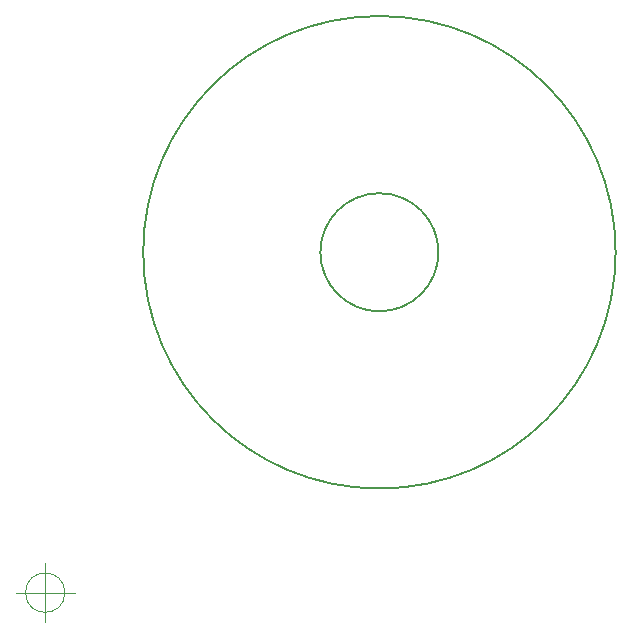
<source format=gbr>
%TF.GenerationSoftware,KiCad,Pcbnew,(6.0.4)*%
%TF.CreationDate,2022-07-15T16:37:12+08:00*%
%TF.ProjectId,SmartKnob_Screen,536d6172-744b-46e6-9f62-5f5363726565,rev?*%
%TF.SameCoordinates,Original*%
%TF.FileFunction,Profile,NP*%
%FSLAX46Y46*%
G04 Gerber Fmt 4.6, Leading zero omitted, Abs format (unit mm)*
G04 Created by KiCad (PCBNEW (6.0.4)) date 2022-07-15 16:37:12*
%MOMM*%
%LPD*%
G01*
G04 APERTURE LIST*
%TA.AperFunction,Profile*%
%ADD10C,0.100000*%
%TD*%
%TA.AperFunction,Profile*%
%ADD11C,0.200000*%
%TD*%
G04 APERTURE END LIST*
D10*
X171621760Y-95000000D02*
G75*
G03*
X171621760Y-95000000I-1666666J0D01*
G01*
X167455094Y-95000000D02*
X172455094Y-95000000D01*
X169955094Y-92500000D02*
X169955094Y-97500000D01*
D11*
X203255094Y-66176964D02*
G75*
G03*
X203255094Y-66176964I-5000000J0D01*
G01*
X218255094Y-66176964D02*
G75*
G03*
X218255094Y-66176964I-20000000J0D01*
G01*
M02*

</source>
